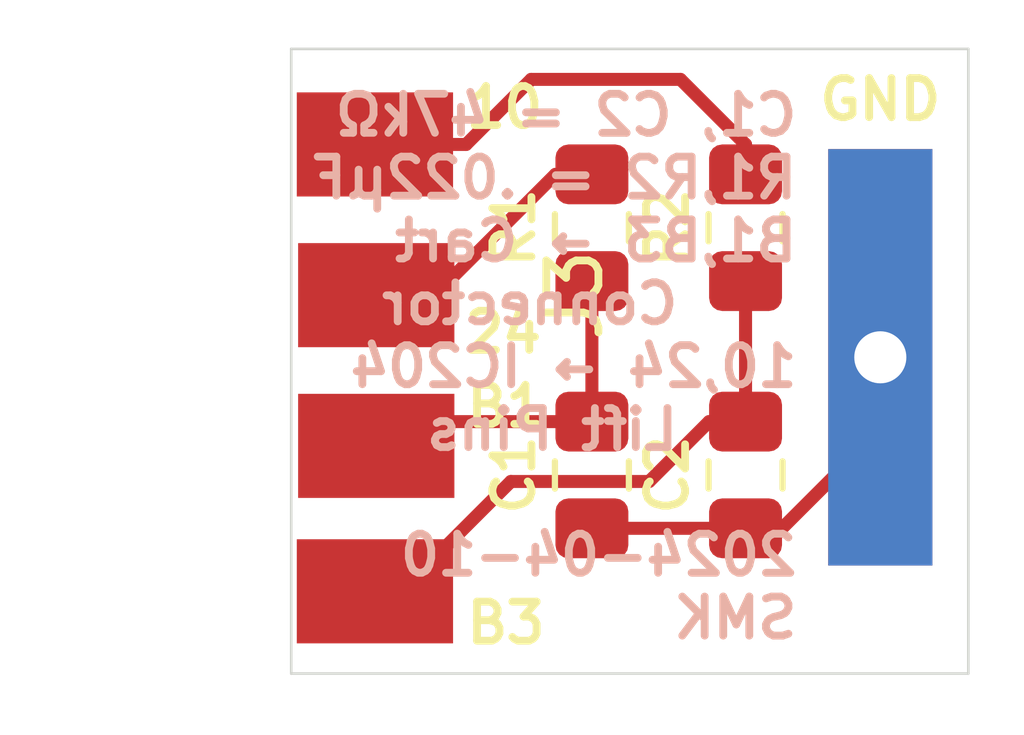
<source format=kicad_pcb>
(kicad_pcb (version 20171130) (host pcbnew 5.1.5+dfsg1-2build2)

  (general
    (thickness 1.6)
    (drawings 10)
    (tracks 21)
    (zones 0)
    (modules 9)
    (nets 6)
  )

  (page A4)
  (layers
    (0 F.Cu signal)
    (31 B.Cu signal)
    (32 B.Adhes user)
    (33 F.Adhes user)
    (34 B.Paste user)
    (35 F.Paste user)
    (36 B.SilkS user)
    (37 F.SilkS user)
    (38 B.Mask user)
    (39 F.Mask user)
    (40 Dwgs.User user)
    (41 Cmts.User user)
    (42 Eco1.User user)
    (43 Eco2.User user)
    (44 Edge.Cuts user)
    (45 Margin user)
    (46 B.CrtYd user)
    (47 F.CrtYd user)
    (48 B.Fab user)
    (49 F.Fab user)
  )

  (setup
    (last_trace_width 0.25)
    (trace_clearance 0.2)
    (zone_clearance 0.508)
    (zone_45_only no)
    (trace_min 0.2)
    (via_size 0.8)
    (via_drill 0.4)
    (via_min_size 0.4)
    (via_min_drill 0.3)
    (uvia_size 0.3)
    (uvia_drill 0.1)
    (uvias_allowed no)
    (uvia_min_size 0.2)
    (uvia_min_drill 0.1)
    (edge_width 0.05)
    (segment_width 0.2)
    (pcb_text_width 0.3)
    (pcb_text_size 1.5 1.5)
    (mod_edge_width 0.12)
    (mod_text_size 1 1)
    (mod_text_width 0.15)
    (pad_size 2 8)
    (pad_drill 1)
    (pad_to_mask_clearance 0.051)
    (solder_mask_min_width 0.25)
    (aux_axis_origin 0 0)
    (visible_elements FFFFFF7F)
    (pcbplotparams
      (layerselection 0x010fc_ffffffff)
      (usegerberextensions false)
      (usegerberattributes false)
      (usegerberadvancedattributes false)
      (creategerberjobfile false)
      (excludeedgelayer true)
      (linewidth 0.100000)
      (plotframeref false)
      (viasonmask false)
      (mode 1)
      (useauxorigin false)
      (hpglpennumber 1)
      (hpglpenspeed 20)
      (hpglpendiameter 15.000000)
      (psnegative false)
      (psa4output false)
      (plotreference true)
      (plotvalue true)
      (plotinvisibletext false)
      (padsonsilk false)
      (subtractmaskfromsilk false)
      (outputformat 1)
      (mirror false)
      (drillshape 1)
      (scaleselection 1)
      (outputdirectory ""))
  )

  (net 0 "")
  (net 1 "Net-(C1-Pad2)")
  (net 2 "Net-(C1-Pad1)")
  (net 3 "Net-(C2-Pad2)")
  (net 4 "Net-(J3-Pad1)")
  (net 5 "Net-(J4-Pad1)")

  (net_class Default "This is the default net class."
    (clearance 0.2)
    (trace_width 0.25)
    (via_dia 0.8)
    (via_drill 0.4)
    (uvia_dia 0.3)
    (uvia_drill 0.1)
    (add_net "Net-(C1-Pad1)")
    (add_net "Net-(C1-Pad2)")
    (add_net "Net-(C2-Pad2)")
    (add_net "Net-(J3-Pad1)")
    (add_net "Net-(J4-Pad1)")
  )

  (module Connector_Wire:SolderWirePad_1x01_SMD_5x10mm (layer F.Cu) (tedit 6434C83D) (tstamp 6436085F)
    (at 121.3104 80.9244)
    (descr "Wire Pad, Square, SMD Pad,  5mm x 10mm,")
    (tags "MesurementPoint Square SMDPad 5mmx10mm ")
    (path /64367CBA)
    (attr smd virtual)
    (fp_text reference J5 (at 0 -4.9022) (layer F.SilkS) hide
      (effects (font (size 1 1) (thickness 0.15)))
    )
    (fp_text value GND (at 0 6.35) (layer F.Fab)
      (effects (font (size 1 1) (thickness 0.15)))
    )
    (fp_line (start -2.75 -5.25) (end -2.75 5.25) (layer F.CrtYd) (width 0.05))
    (fp_line (start -2.75 5.25) (end 2.75 5.25) (layer F.CrtYd) (width 0.05))
    (fp_line (start 2.75 5.25) (end 2.75 -5.25) (layer F.CrtYd) (width 0.05))
    (fp_line (start 2.75 -5.25) (end -2.75 -5.25) (layer F.CrtYd) (width 0.05))
    (fp_text user %R (at 0 0) (layer F.Fab)
      (effects (font (size 1 1) (thickness 0.15)))
    )
    (pad 1 thru_hole rect (at 0 0) (size 2 8) (drill 1) (layers *.Cu *.Mask)
      (net 2 "Net-(C1-Pad1)"))
  )

  (module Connector_Wire:SolderWirePad_1x01_SMD_5x10mm (layer F.Cu) (tedit 6434C4EC) (tstamp 64360855)
    (at 111.6076 76.835 270)
    (descr "Wire Pad, Square, SMD Pad,  5mm x 10mm,")
    (tags "MesurementPoint Square SMDPad 5mmx10mm ")
    (path /64358E17)
    (attr smd virtual)
    (fp_text reference J4 (at 0 -3.81 90) (layer F.SilkS) hide
      (effects (font (size 1 1) (thickness 0.15)))
    )
    (fp_text value 10 (at 0 6.35 90) (layer F.Fab)
      (effects (font (size 1 1) (thickness 0.15)))
    )
    (fp_line (start -2.75 -5.25) (end -2.75 5.25) (layer F.CrtYd) (width 0.05))
    (fp_line (start -2.75 5.25) (end 2.75 5.25) (layer F.CrtYd) (width 0.05))
    (fp_line (start 2.75 5.25) (end 2.75 -5.25) (layer F.CrtYd) (width 0.05))
    (fp_line (start 2.75 -5.25) (end -2.75 -5.25) (layer F.CrtYd) (width 0.05))
    (fp_text user %R (at 0 0 90) (layer F.Fab)
      (effects (font (size 1 1) (thickness 0.15)))
    )
    (pad 1 smd rect (at 0 0 270) (size 2 3) (layers F.Cu F.Paste F.Mask)
      (net 5 "Net-(J4-Pad1)"))
  )

  (module Connector_Wire:SolderWirePad_1x01_SMD_5x10mm (layer F.Cu) (tedit 6434C4E1) (tstamp 6436084B)
    (at 111.633 79.7306 270)
    (descr "Wire Pad, Square, SMD Pad,  5mm x 10mm,")
    (tags "MesurementPoint Square SMDPad 5mmx10mm ")
    (path /64358A88)
    (attr smd virtual)
    (fp_text reference J3 (at 0 -3.81 90) (layer F.SilkS)
      (effects (font (size 1 1) (thickness 0.15)))
    )
    (fp_text value 24 (at 0 6.35 90) (layer F.Fab)
      (effects (font (size 1 1) (thickness 0.15)))
    )
    (fp_line (start -2.75 -5.25) (end -2.75 5.25) (layer F.CrtYd) (width 0.05))
    (fp_line (start -2.75 5.25) (end 2.75 5.25) (layer F.CrtYd) (width 0.05))
    (fp_line (start 2.75 5.25) (end 2.75 -5.25) (layer F.CrtYd) (width 0.05))
    (fp_line (start 2.75 -5.25) (end -2.75 -5.25) (layer F.CrtYd) (width 0.05))
    (fp_text user %R (at 0 0 90) (layer F.Fab)
      (effects (font (size 1 1) (thickness 0.15)))
    )
    (pad 1 smd rect (at 0 0 270) (size 2 3) (layers F.Cu F.Paste F.Mask)
      (net 4 "Net-(J3-Pad1)"))
  )

  (module Connector_Wire:SolderWirePad_1x01_SMD_5x10mm (layer F.Cu) (tedit 6434C4D7) (tstamp 64360841)
    (at 111.6076 85.4202 270)
    (descr "Wire Pad, Square, SMD Pad,  5mm x 10mm,")
    (tags "MesurementPoint Square SMDPad 5mmx10mm ")
    (path /64358592)
    (attr smd virtual)
    (fp_text reference J2 (at 0 -3.81 90) (layer F.SilkS) hide
      (effects (font (size 1 1) (thickness 0.15)))
    )
    (fp_text value B3 (at 0 6.35 90) (layer F.Fab)
      (effects (font (size 1 1) (thickness 0.15)))
    )
    (fp_line (start -2.75 -5.25) (end -2.75 5.25) (layer F.CrtYd) (width 0.05))
    (fp_line (start -2.75 5.25) (end 2.75 5.25) (layer F.CrtYd) (width 0.05))
    (fp_line (start 2.75 5.25) (end 2.75 -5.25) (layer F.CrtYd) (width 0.05))
    (fp_line (start 2.75 -5.25) (end -2.75 -5.25) (layer F.CrtYd) (width 0.05))
    (fp_text user %R (at 0 0 90) (layer F.Fab)
      (effects (font (size 1 1) (thickness 0.15)))
    )
    (pad 1 smd rect (at 0 0 270) (size 2 3) (layers F.Cu F.Paste F.Mask)
      (net 3 "Net-(C2-Pad2)"))
  )

  (module Connector_Wire:SolderWirePad_1x01_SMD_5x10mm (layer F.Cu) (tedit 6434C4CE) (tstamp 64360837)
    (at 111.633 82.6262 270)
    (descr "Wire Pad, Square, SMD Pad,  5mm x 10mm,")
    (tags "MesurementPoint Square SMDPad 5mmx10mm ")
    (path /64358397)
    (attr smd virtual)
    (fp_text reference J1 (at 0 -3.81 90) (layer F.SilkS) hide
      (effects (font (size 1 1) (thickness 0.15)))
    )
    (fp_text value B1 (at 0 6.35 90) (layer F.Fab)
      (effects (font (size 1 1) (thickness 0.15)))
    )
    (fp_line (start -2.75 -5.25) (end -2.75 5.25) (layer F.CrtYd) (width 0.05))
    (fp_line (start -2.75 5.25) (end 2.75 5.25) (layer F.CrtYd) (width 0.05))
    (fp_line (start 2.75 5.25) (end 2.75 -5.25) (layer F.CrtYd) (width 0.05))
    (fp_line (start 2.75 -5.25) (end -2.75 -5.25) (layer F.CrtYd) (width 0.05))
    (fp_text user %R (at 0 0 90) (layer F.Fab)
      (effects (font (size 1 1) (thickness 0.15)))
    )
    (pad 1 smd rect (at 0 0 270) (size 2 3) (layers F.Cu F.Paste F.Mask)
      (net 1 "Net-(C1-Pad2)"))
  )

  (module Resistor_SMD:R_0805_2012Metric_Pad1.15x1.40mm_HandSolder (layer F.Cu) (tedit 5B36C52B) (tstamp 6435073C)
    (at 118.7232 78.435 90)
    (descr "Resistor SMD 0805 (2012 Metric), square (rectangular) end terminal, IPC_7351 nominal with elongated pad for handsoldering. (Body size source: https://docs.google.com/spreadsheets/d/1BsfQQcO9C6DZCsRaXUlFlo91Tg2WpOkGARC1WS5S8t0/edit?usp=sharing), generated with kicad-footprint-generator")
    (tags "resistor handsolder")
    (path /6434B128)
    (attr smd)
    (fp_text reference R2 (at 0 -1.5 90) (layer F.SilkS)
      (effects (font (size 0.75 0.75) (thickness 0.15)))
    )
    (fp_text value 47k (at 0 1.65 90) (layer F.Fab)
      (effects (font (size 1 1) (thickness 0.15)))
    )
    (fp_text user %R (at 0 0 90) (layer F.Fab)
      (effects (font (size 0.5 0.5) (thickness 0.08)))
    )
    (fp_line (start 1.85 0.95) (end -1.85 0.95) (layer F.CrtYd) (width 0.05))
    (fp_line (start 1.85 -0.95) (end 1.85 0.95) (layer F.CrtYd) (width 0.05))
    (fp_line (start -1.85 -0.95) (end 1.85 -0.95) (layer F.CrtYd) (width 0.05))
    (fp_line (start -1.85 0.95) (end -1.85 -0.95) (layer F.CrtYd) (width 0.05))
    (fp_line (start -0.261252 0.71) (end 0.261252 0.71) (layer F.SilkS) (width 0.12))
    (fp_line (start -0.261252 -0.71) (end 0.261252 -0.71) (layer F.SilkS) (width 0.12))
    (fp_line (start 1 0.6) (end -1 0.6) (layer F.Fab) (width 0.1))
    (fp_line (start 1 -0.6) (end 1 0.6) (layer F.Fab) (width 0.1))
    (fp_line (start -1 -0.6) (end 1 -0.6) (layer F.Fab) (width 0.1))
    (fp_line (start -1 0.6) (end -1 -0.6) (layer F.Fab) (width 0.1))
    (pad 2 smd roundrect (at 1.025 0 90) (size 1.15 1.4) (layers F.Cu F.Paste F.Mask) (roundrect_rratio 0.217391)
      (net 5 "Net-(J4-Pad1)"))
    (pad 1 smd roundrect (at -1.025 0 90) (size 1.15 1.4) (layers F.Cu F.Paste F.Mask) (roundrect_rratio 0.217391)
      (net 3 "Net-(C2-Pad2)"))
    (model ${KISYS3DMOD}/Resistor_SMD.3dshapes/R_0805_2012Metric.wrl
      (at (xyz 0 0 0))
      (scale (xyz 1 1 1))
      (rotate (xyz 0 0 0))
    )
  )

  (module Resistor_SMD:R_0805_2012Metric_Pad1.15x1.40mm_HandSolder (layer F.Cu) (tedit 5B36C52B) (tstamp 6435072B)
    (at 115.7732 78.435 90)
    (descr "Resistor SMD 0805 (2012 Metric), square (rectangular) end terminal, IPC_7351 nominal with elongated pad for handsoldering. (Body size source: https://docs.google.com/spreadsheets/d/1BsfQQcO9C6DZCsRaXUlFlo91Tg2WpOkGARC1WS5S8t0/edit?usp=sharing), generated with kicad-footprint-generator")
    (tags "resistor handsolder")
    (path /6434B220)
    (attr smd)
    (fp_text reference R1 (at 0 -1.5 90) (layer F.SilkS)
      (effects (font (size 0.75 0.75) (thickness 0.15)))
    )
    (fp_text value 47k (at 0 1.65 90) (layer F.Fab)
      (effects (font (size 1 1) (thickness 0.15)))
    )
    (fp_text user %R (at 0 0 90) (layer F.Fab)
      (effects (font (size 0.5 0.5) (thickness 0.08)))
    )
    (fp_line (start 1.85 0.95) (end -1.85 0.95) (layer F.CrtYd) (width 0.05))
    (fp_line (start 1.85 -0.95) (end 1.85 0.95) (layer F.CrtYd) (width 0.05))
    (fp_line (start -1.85 -0.95) (end 1.85 -0.95) (layer F.CrtYd) (width 0.05))
    (fp_line (start -1.85 0.95) (end -1.85 -0.95) (layer F.CrtYd) (width 0.05))
    (fp_line (start -0.261252 0.71) (end 0.261252 0.71) (layer F.SilkS) (width 0.12))
    (fp_line (start -0.261252 -0.71) (end 0.261252 -0.71) (layer F.SilkS) (width 0.12))
    (fp_line (start 1 0.6) (end -1 0.6) (layer F.Fab) (width 0.1))
    (fp_line (start 1 -0.6) (end 1 0.6) (layer F.Fab) (width 0.1))
    (fp_line (start -1 -0.6) (end 1 -0.6) (layer F.Fab) (width 0.1))
    (fp_line (start -1 0.6) (end -1 -0.6) (layer F.Fab) (width 0.1))
    (pad 2 smd roundrect (at 1.025 0 90) (size 1.15 1.4) (layers F.Cu F.Paste F.Mask) (roundrect_rratio 0.217391)
      (net 4 "Net-(J3-Pad1)"))
    (pad 1 smd roundrect (at -1.025 0 90) (size 1.15 1.4) (layers F.Cu F.Paste F.Mask) (roundrect_rratio 0.217391)
      (net 1 "Net-(C1-Pad2)"))
    (model ${KISYS3DMOD}/Resistor_SMD.3dshapes/R_0805_2012Metric.wrl
      (at (xyz 0 0 0))
      (scale (xyz 1 1 1))
      (rotate (xyz 0 0 0))
    )
  )

  (module Capacitor_SMD:C_0805_2012Metric_Pad1.15x1.40mm_HandSolder (layer F.Cu) (tedit 5B36C52B) (tstamp 6435071A)
    (at 118.7232 83.185 90)
    (descr "Capacitor SMD 0805 (2012 Metric), square (rectangular) end terminal, IPC_7351 nominal with elongated pad for handsoldering. (Body size source: https://docs.google.com/spreadsheets/d/1BsfQQcO9C6DZCsRaXUlFlo91Tg2WpOkGARC1WS5S8t0/edit?usp=sharing), generated with kicad-footprint-generator")
    (tags "capacitor handsolder")
    (path /6434AC35)
    (attr smd)
    (fp_text reference C2 (at 0 -1.5 90) (layer F.SilkS)
      (effects (font (size 0.75 0.75) (thickness 0.15)))
    )
    (fp_text value .022uf (at 0 1.65 90) (layer F.Fab)
      (effects (font (size 1 1) (thickness 0.15)))
    )
    (fp_text user %R (at 0 0 90) (layer F.Fab)
      (effects (font (size 0.5 0.5) (thickness 0.08)))
    )
    (fp_line (start 1.85 0.95) (end -1.85 0.95) (layer F.CrtYd) (width 0.05))
    (fp_line (start 1.85 -0.95) (end 1.85 0.95) (layer F.CrtYd) (width 0.05))
    (fp_line (start -1.85 -0.95) (end 1.85 -0.95) (layer F.CrtYd) (width 0.05))
    (fp_line (start -1.85 0.95) (end -1.85 -0.95) (layer F.CrtYd) (width 0.05))
    (fp_line (start -0.261252 0.71) (end 0.261252 0.71) (layer F.SilkS) (width 0.12))
    (fp_line (start -0.261252 -0.71) (end 0.261252 -0.71) (layer F.SilkS) (width 0.12))
    (fp_line (start 1 0.6) (end -1 0.6) (layer F.Fab) (width 0.1))
    (fp_line (start 1 -0.6) (end 1 0.6) (layer F.Fab) (width 0.1))
    (fp_line (start -1 -0.6) (end 1 -0.6) (layer F.Fab) (width 0.1))
    (fp_line (start -1 0.6) (end -1 -0.6) (layer F.Fab) (width 0.1))
    (pad 2 smd roundrect (at 1.025 0 90) (size 1.15 1.4) (layers F.Cu F.Paste F.Mask) (roundrect_rratio 0.217391)
      (net 3 "Net-(C2-Pad2)"))
    (pad 1 smd roundrect (at -1.025 0 90) (size 1.15 1.4) (layers F.Cu F.Paste F.Mask) (roundrect_rratio 0.217391)
      (net 2 "Net-(C1-Pad1)"))
    (model ${KISYS3DMOD}/Capacitor_SMD.3dshapes/C_0805_2012Metric.wrl
      (at (xyz 0 0 0))
      (scale (xyz 1 1 1))
      (rotate (xyz 0 0 0))
    )
  )

  (module Capacitor_SMD:C_0805_2012Metric_Pad1.15x1.40mm_HandSolder (layer F.Cu) (tedit 5B36C52B) (tstamp 64350709)
    (at 115.7732 83.185 90)
    (descr "Capacitor SMD 0805 (2012 Metric), square (rectangular) end terminal, IPC_7351 nominal with elongated pad for handsoldering. (Body size source: https://docs.google.com/spreadsheets/d/1BsfQQcO9C6DZCsRaXUlFlo91Tg2WpOkGARC1WS5S8t0/edit?usp=sharing), generated with kicad-footprint-generator")
    (tags "capacitor handsolder")
    (path /6434A7AC)
    (attr smd)
    (fp_text reference C1 (at 0 -1.5 90) (layer F.SilkS)
      (effects (font (size 0.75 0.75) (thickness 0.15)))
    )
    (fp_text value .022uf (at 0 1.65 90) (layer F.Fab)
      (effects (font (size 1 1) (thickness 0.15)))
    )
    (fp_text user %R (at 0 0 90) (layer F.Fab)
      (effects (font (size 0.5 0.5) (thickness 0.08)))
    )
    (fp_line (start 1.85 0.95) (end -1.85 0.95) (layer F.CrtYd) (width 0.05))
    (fp_line (start 1.85 -0.95) (end 1.85 0.95) (layer F.CrtYd) (width 0.05))
    (fp_line (start -1.85 -0.95) (end 1.85 -0.95) (layer F.CrtYd) (width 0.05))
    (fp_line (start -1.85 0.95) (end -1.85 -0.95) (layer F.CrtYd) (width 0.05))
    (fp_line (start -0.261252 0.71) (end 0.261252 0.71) (layer F.SilkS) (width 0.12))
    (fp_line (start -0.261252 -0.71) (end 0.261252 -0.71) (layer F.SilkS) (width 0.12))
    (fp_line (start 1 0.6) (end -1 0.6) (layer F.Fab) (width 0.1))
    (fp_line (start 1 -0.6) (end 1 0.6) (layer F.Fab) (width 0.1))
    (fp_line (start -1 -0.6) (end 1 -0.6) (layer F.Fab) (width 0.1))
    (fp_line (start -1 0.6) (end -1 -0.6) (layer F.Fab) (width 0.1))
    (pad 2 smd roundrect (at 1.025 0 90) (size 1.15 1.4) (layers F.Cu F.Paste F.Mask) (roundrect_rratio 0.217391)
      (net 1 "Net-(C1-Pad2)"))
    (pad 1 smd roundrect (at -1.025 0 90) (size 1.15 1.4) (layers F.Cu F.Paste F.Mask) (roundrect_rratio 0.217391)
      (net 2 "Net-(C1-Pad1)"))
    (model ${KISYS3DMOD}/Capacitor_SMD.3dshapes/C_0805_2012Metric.wrl
      (at (xyz 0 0 0))
      (scale (xyz 1 1 1))
      (rotate (xyz 0 0 0))
    )
  )

  (gr_text "C1, C2 = 47kΩ\nR1,R2 = .022µF\nB1,B3 → Cart \n    Connector\n10,24 → IC204\n    Lift Pins\n\n2024-04-10\nSMK" (at 119.7864 81.1022) (layer B.SilkS)
    (effects (font (size 0.75 0.75) (thickness 0.15)) (justify left mirror))
  )
  (gr_text B3 (at 114.1222 86.0298) (layer F.SilkS)
    (effects (font (size 0.75 0.75) (thickness 0.15)))
  )
  (gr_text B1 (at 114.1222 81.8642) (layer F.SilkS)
    (effects (font (size 0.75 0.75) (thickness 0.15)))
  )
  (gr_text 24 (at 114.0714 80.4418) (layer F.SilkS)
    (effects (font (size 0.75 0.75) (thickness 0.15)))
  )
  (gr_text 10 (at 114.0968 76.1238) (layer F.SilkS)
    (effects (font (size 0.75 0.75) (thickness 0.15)))
  )
  (gr_text GND (at 121.3104 75.9714) (layer F.SilkS)
    (effects (font (size 0.75 0.75) (thickness 0.15)))
  )
  (gr_line (start 110 87) (end 123 87) (layer Edge.Cuts) (width 0.05) (tstamp 64350793))
  (gr_line (start 123 75) (end 123 87) (layer Edge.Cuts) (width 0.05) (tstamp 6435078F))
  (gr_line (start 110 75) (end 110 87) (layer Edge.Cuts) (width 0.05))
  (gr_line (start 110 75) (end 123 75) (layer Edge.Cuts) (width 0.05))

  (segment (start 115.7732 82.16) (end 115.7732 79.46) (width 0.25) (layer F.Cu) (net 1))
  (segment (start 112.0992 82.16) (end 111.633 82.6262) (width 0.25) (layer F.Cu) (net 1))
  (segment (start 115.7732 82.16) (end 112.0992 82.16) (width 0.25) (layer F.Cu) (net 1))
  (segment (start 115.7732 84.21) (end 118.7232 84.21) (width 0.25) (layer F.Cu) (net 2))
  (segment (start 121.3104 82.3228) (end 121.3104 80.9244) (width 0.25) (layer F.Cu) (net 2))
  (segment (start 119.4232 84.21) (end 121.3104 82.3228) (width 0.25) (layer F.Cu) (net 2))
  (segment (start 118.7232 84.21) (end 119.4232 84.21) (width 0.25) (layer F.Cu) (net 2))
  (segment (start 118.7232 82.16) (end 118.7232 79.46) (width 0.25) (layer F.Cu) (net 3))
  (segment (start 112.1076 85.4202) (end 111.6076 85.4202) (width 0.25) (layer F.Cu) (net 3))
  (segment (start 116.87321 83.30999) (end 114.21781 83.30999) (width 0.25) (layer F.Cu) (net 3))
  (segment (start 114.21781 83.30999) (end 112.1076 85.4202) (width 0.25) (layer F.Cu) (net 3))
  (segment (start 118.0232 82.16) (end 116.87321 83.30999) (width 0.25) (layer F.Cu) (net 3))
  (segment (start 118.7232 82.16) (end 118.0232 82.16) (width 0.25) (layer F.Cu) (net 3))
  (segment (start 112.7526 79.7306) (end 111.633 79.7306) (width 0.25) (layer F.Cu) (net 4))
  (segment (start 115.0732 77.41) (end 112.7526 79.7306) (width 0.25) (layer F.Cu) (net 4))
  (segment (start 115.7732 77.41) (end 115.0732 77.41) (width 0.25) (layer F.Cu) (net 4))
  (segment (start 113.3576 76.835) (end 111.6076 76.835) (width 0.25) (layer F.Cu) (net 5))
  (segment (start 114.6076 75.585) (end 113.3576 76.835) (width 0.25) (layer F.Cu) (net 5))
  (segment (start 117.4732 75.585) (end 114.6076 75.585) (width 0.25) (layer F.Cu) (net 5))
  (segment (start 118.7232 76.835) (end 117.4732 75.585) (width 0.25) (layer F.Cu) (net 5))
  (segment (start 118.7232 77.41) (end 118.7232 76.835) (width 0.25) (layer F.Cu) (net 5))

)

</source>
